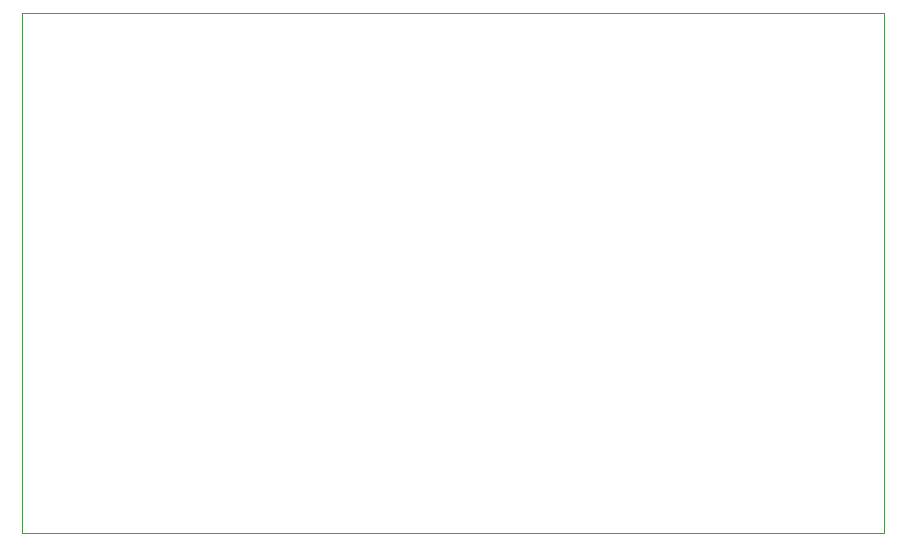
<source format=gbr>
%TF.GenerationSoftware,KiCad,Pcbnew,9.0.6*%
%TF.CreationDate,2026-01-21T08:09:24+01:00*%
%TF.ProjectId,Boost converter,426f6f73-7420-4636-9f6e-766572746572,rev?*%
%TF.SameCoordinates,Original*%
%TF.FileFunction,Profile,NP*%
%FSLAX46Y46*%
G04 Gerber Fmt 4.6, Leading zero omitted, Abs format (unit mm)*
G04 Created by KiCad (PCBNEW 9.0.6) date 2026-01-21 08:09:24*
%MOMM*%
%LPD*%
G01*
G04 APERTURE LIST*
%TA.AperFunction,Profile*%
%ADD10C,0.050000*%
%TD*%
G04 APERTURE END LIST*
D10*
X140000000Y-110000000D02*
X140000000Y-154000000D01*
X140000000Y-154000000D02*
X213000000Y-154000000D01*
X213000000Y-110000000D02*
X140000000Y-110000000D01*
X213000000Y-154000000D02*
X213000000Y-110000000D01*
M02*

</source>
